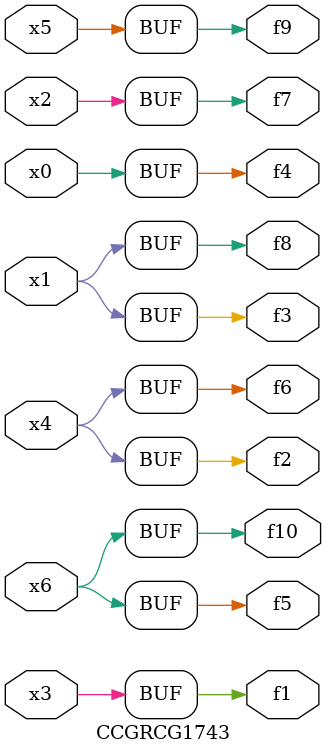
<source format=v>
module CCGRCG1743(
	input x0, x1, x2, x3, x4, x5, x6,
	output f1, f2, f3, f4, f5, f6, f7, f8, f9, f10
);
	assign f1 = x3;
	assign f2 = x4;
	assign f3 = x1;
	assign f4 = x0;
	assign f5 = x6;
	assign f6 = x4;
	assign f7 = x2;
	assign f8 = x1;
	assign f9 = x5;
	assign f10 = x6;
endmodule

</source>
